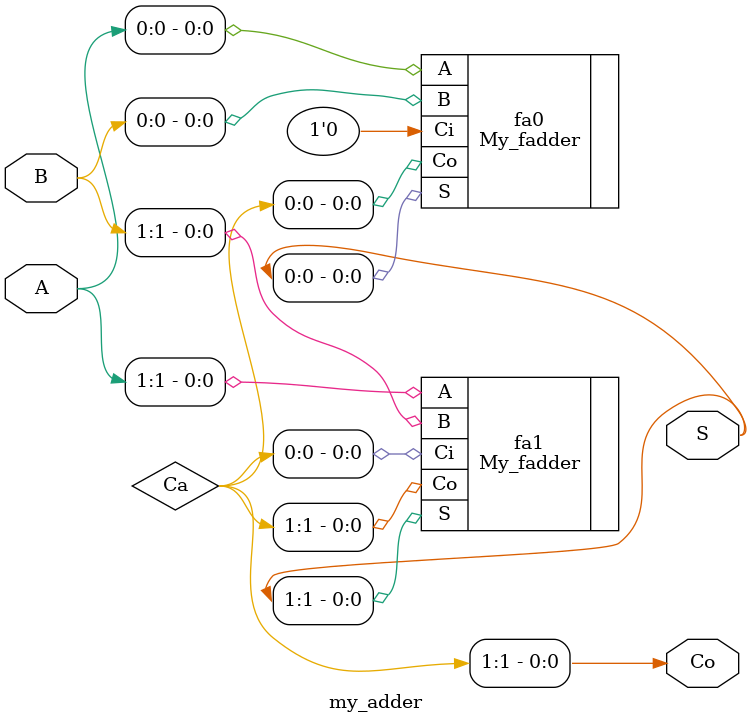
<source format=v>
`timescale 1ns / 1ps


module my_adder(
    input [1:0] A,
    input [1:0] B,
    output [1:0] S,
    output Co
    );
    
    wire [1:0] Ca;
    assign Co= Ca[1];
   
    
  My_fadder fa0(.A(A[0]), .B(B[0]),.Ci(1'b0), .S(S[0]),.Co(Ca[0]));  
  My_fadder fa1(.A(A[1]), .B(B[1]),.Ci(Ca[0]),.S(S[1]),.Co(Ca[1]));
  
  
    
    
endmodule

</source>
